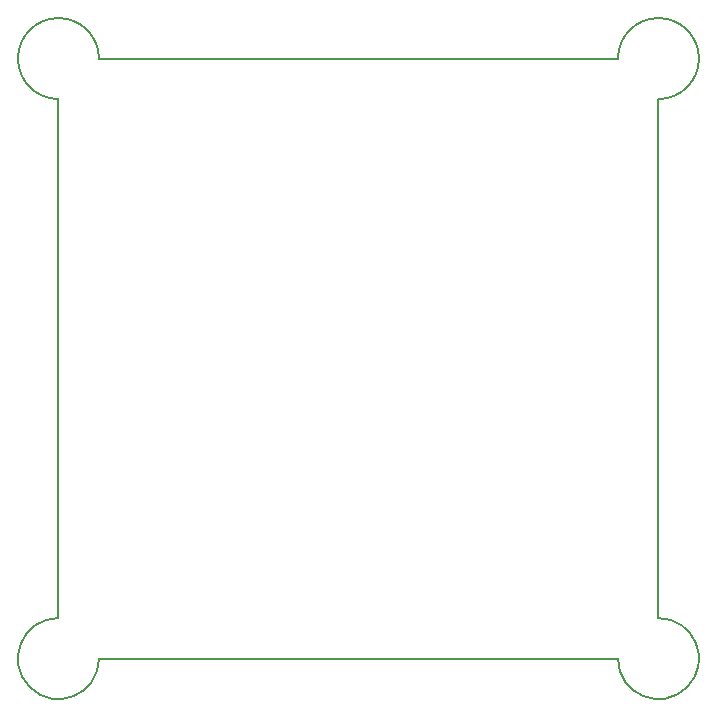
<source format=gbr>
G04 #@! TF.GenerationSoftware,KiCad,Pcbnew,(5.0.0)*
G04 #@! TF.CreationDate,2018-08-28T13:44:09+03:00*
G04 #@! TF.ProjectId,LCF05,4C434630352E6B696361645F70636200,rev?*
G04 #@! TF.SameCoordinates,Original*
G04 #@! TF.FileFunction,Profile,NP*
%FSLAX46Y46*%
G04 Gerber Fmt 4.6, Leading zero omitted, Abs format (unit mm)*
G04 Created by KiCad (PCBNEW (5.0.0)) date 08/28/18 13:44:09*
%MOMM*%
%LPD*%
G01*
G04 APERTURE LIST*
%ADD10C,0.150000*%
G04 APERTURE END LIST*
D10*
X121920000Y-88011000D02*
X121920000Y-44069000D01*
X169291000Y-91440000D02*
X125349000Y-91440000D01*
X172720000Y-88011000D02*
X172720000Y-44069000D01*
X172720000Y-88011000D02*
G75*
G02X169291000Y-91440000I0J-3429000D01*
G01*
X125349000Y-91440000D02*
G75*
G02X121920000Y-88011000I-3429000J0D01*
G01*
X169291000Y-40640000D02*
X125349000Y-40640000D01*
X125349000Y-40640000D02*
G75*
G03X121920000Y-37211000I-3429000J0D01*
G01*
X121920000Y-37211000D02*
G75*
G03X118491000Y-40640000I0J-3429000D01*
G01*
X118491000Y-40640000D02*
G75*
G03X121920000Y-44069000I3429000J0D01*
G01*
X172720000Y-44069000D02*
G75*
G03X176149000Y-40640000I0J3429000D01*
G01*
X176149000Y-40640000D02*
G75*
G03X172720000Y-37211000I-3429000J0D01*
G01*
X172720000Y-37211000D02*
G75*
G03X169291000Y-40640000I0J-3429000D01*
G01*
M02*

</source>
